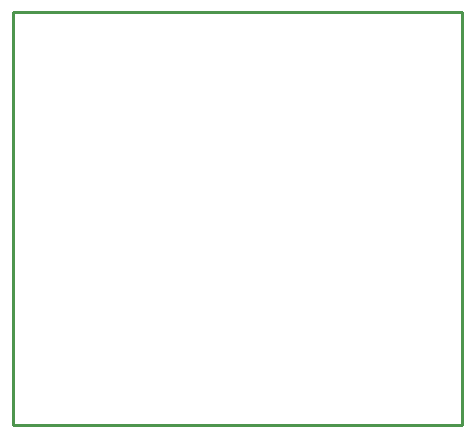
<source format=gko>
%FSLAX25Y25*%
%MOIN*%
G70*
G01*
G75*
G04 Layer_Color=16711935*
%ADD10R,0.11811X0.03937*%
%ADD11R,0.11811X0.05906*%
%ADD12R,0.03150X0.03543*%
%ADD13C,0.01000*%
%ADD14C,0.06000*%
%ADD15C,0.07874*%
%ADD16C,0.15748*%
%ADD17C,0.00787*%
%ADD18R,0.12611X0.04737*%
%ADD19R,0.12611X0.06706*%
%ADD20R,0.03950X0.04343*%
%ADD21C,0.06800*%
%ADD22C,0.08674*%
%ADD23C,0.16548*%
%ADD24C,0.00394*%
D13*
X149606Y0D02*
Y137795D01*
X0D02*
X149606D01*
X0Y0D02*
Y137795D01*
Y0D02*
X149606D01*
M02*

</source>
